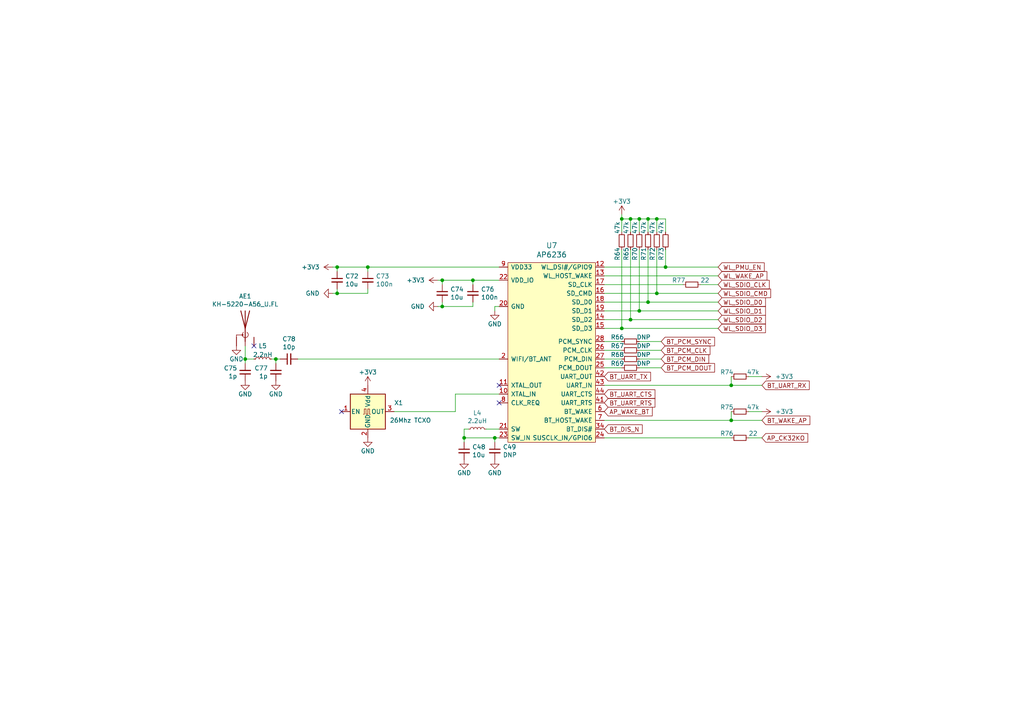
<source format=kicad_sch>
(kicad_sch (version 20230121) (generator eeschema)
  (paper "A4")
  (title_block (title "OtterCastAudioV2") (rev "1.0"))
  (lib_symbols
    (symbol "Device:C_Small" (pin_numbers hide) (pin_names (offset 0.254) hide)
      (property "Reference" "C" (at 0.254 1.778 0))
      (property "Value" "C_Small" (at 0.254 -2.032 0))
      (symbol "C_Small_0_1"
        (polyline (pts (xy -1.524 -0.508) (xy 1.524 -0.508)) (stroke (width 0.3302)))
        (polyline (pts (xy -1.524 0.508) (xy 1.524 0.508)) (stroke (width 0.3048)))
      )
      (symbol "C_Small_1_1"
        (pin passive line (at 0 2.54 270) (length 2.032) (name "~") (number "1"))
        (pin passive line (at 0 -2.54 90) (length 2.032) (name "~") (number "2"))
      )
    )
    (symbol "Device:L_Small" (pin_numbers hide) (pin_names (offset 0.254) hide)
      (property "Reference" "L" (at 0.762 1.016 0))
      (property "Value" "L_Small" (at 0.762 -1.016 0))
      (symbol "L_Small_0_1"
        (arc (start 0 -2.032) (mid 0.5058 -1.524) (end 0 -1.016))
        (arc (start 0 -1.016) (mid 0.5058 -0.508) (end 0 0))
        (arc (start 0 0) (mid 0.5058 0.508) (end 0 1.016))
        (arc (start 0 1.016) (mid 0.5058 1.524) (end 0 2.032))
      )
      (symbol "L_Small_1_1"
        (pin passive line (at 0 2.54 270) (length 0.508) (name "~") (number "1"))
        (pin passive line (at 0 -2.54 90) (length 0.508) (name "~") (number "2"))
      )
    )
    (symbol "Device:R_Small" (pin_numbers hide) (pin_names (offset 0.254) hide)
      (property "Reference" "R" (at 0.762 0.508 0))
      (property "Value" "R_Small" (at 0.762 -1.016 0))
      (symbol "R_Small_0_1"
        (rectangle (start -0.762 1.778) (end 0.762 -1.778) (stroke (width 0.2032)))
      )
      (symbol "R_Small_1_1"
        (pin passive line (at 0 2.54 270) (length 0.762) (name "~") (number "1"))
        (pin passive line (at 0 -2.54 90) (length 0.762) (name "~") (number "2"))
      )
    )
    (symbol "Oscillator:TXC-7C" (pin_names (offset 0.254))
      (property "Reference" "X" (at -5.08 6.35 0))
      (property "Value" "TXC-7C" (at 1.27 -6.35 0))
      (symbol "TXC-7C_0_1"
        (rectangle (start -5.08 5.08) (end 5.08 -5.08) (stroke (width 0.254)) (fill (type background)))
        (polyline (pts (xy -1.27 -0.762) (xy -1.016 -0.762) (xy -1.016 0.762) (xy -0.508 0.762) (xy -0.508 -0.762) (xy 0 -0.762) (xy 0 0.762) (xy 0.508 0.762) (xy 0.508 -0.762) (xy 0.762 -0.762)))
      )
      (symbol "TXC-7C_1_1"
        (pin input line (at -7.62 0 0) (length 2.54) (name "EN") (number "1"))
        (pin power_in line (at 0 -7.62 90) (length 2.54) (name "GND") (number "2"))
        (pin output line (at 7.62 0 180) (length 2.54) (name "OUT") (number "3"))
        (pin power_in line (at 0 7.62 270) (length 2.54) (name "Vdd") (number "4"))
      )
    )
    (symbol "otter:AP6236" (pin_names (offset 0.889))
      (property "Reference" "U" (at 0 33.02 0))
      (property "Value" "AP6236" (at 0 30.48 0))
      (symbol "AP6236_0_1"
        (rectangle (start -12.7 27.94) (end 12.7 -24.13) (fill (type background)))
      )
      (symbol "AP6236_1_1"
        (pin power_in line (at -15.24 15.24 0) (length 2.4892) hide (name "GND") (number "1"))
        (pin input line (at -15.24 -10.16 0) (length 2.4892) (name "XTAL_IN") (number "10"))
        (pin output line (at -15.24 -7.62 0) (length 2.4892) (name "XTAL_OUT") (number "11"))
        (pin bidirectional line (at 15.24 26.67 180) (length 2.4892) (name "WL_DSI#/GPIO9") (number "12"))
        (pin input line (at 15.24 24.13 180) (length 2.4892) (name "WL_HOST_WAKE") (number "13"))
        (pin bidirectional line (at 15.24 11.43 180) (length 2.4892) (name "SD_D2") (number "14"))
        (pin bidirectional line (at 15.24 8.89 180) (length 2.4892) (name "SD_D3") (number "15"))
        (pin bidirectional line (at 15.24 19.05 180) (length 2.4892) (name "SD_CMD") (number "16"))
        (pin input line (at 15.24 21.59 180) (length 2.4892) (name "SD_CLK") (number "17"))
        (pin bidirectional line (at 15.24 16.51 180) (length 2.4892) (name "SD_D0") (number "18"))
        (pin bidirectional line (at 15.24 13.97 180) (length 2.4892) (name "SD_D1") (number "19"))
        (pin bidirectional line (at -15.24 0 0) (length 2.4892) (name "WIFI/BT_ANT") (number "2"))
        (pin power_in line (at -15.24 15.24 0) (length 2.4892) (name "GND") (number "20"))
        (pin power_out line (at -15.24 -20.32 0) (length 2.4892) (name "SW") (number "21"))
        (pin power_in line (at -15.24 22.86 0) (length 2.4892) (name "VDD_IO") (number "22"))
        (pin power_in line (at -15.24 -22.86 0) (length 2.4892) (name "SW_IN") (number "23"))
        (pin bidirectional line (at 15.24 -22.86 180) (length 2.4892) (name "SUSCLK_IN/GPIO6") (number "24"))
        (pin output line (at 15.24 -2.54 180) (length 2.4892) (name "PCM_DOUT") (number "25"))
        (pin input line (at 15.24 2.54 180) (length 2.4892) (name "PCM_CLK") (number "26"))
        (pin input line (at 15.24 0 180) (length 2.4892) (name "PCM_DIN") (number "27"))
        (pin input line (at 15.24 5.08 180) (length 2.4892) (name "PCM_SYNC") (number "28"))
        (pin no_connect line (at -1.27 0 180) (length 2.4892) hide (name "NC") (number "29"))
        (pin no_connect line (at -1.27 20.32 180) (length 2.4892) hide (name "NC") (number "3"))
        (pin no_connect line (at -1.27 -2.54 180) (length 2.4892) hide (name "NC") (number "30"))
        (pin power_in line (at -15.24 15.24 0) (length 2.4892) hide (name "GND") (number "31"))
        (pin no_connect line (at -1.27 -5.08 180) (length 2.4892) hide (name "NC") (number "32"))
        (pin power_in line (at -15.24 15.24 0) (length 2.4892) hide (name "GND") (number "33"))
        (pin input line (at 15.24 -20.32 180) (length 2.4892) (name "BT_DIS#") (number "34"))
        (pin no_connect line (at -1.27 -7.62 180) (length 2.4892) hide (name "NC") (number "35"))
        (pin power_in line (at -15.24 15.24 0) (length 2.4892) hide (name "GND") (number "36"))
        (pin no_connect line (at -1.27 -10.16 180) (length 2.4892) hide (name "NC") (number "37"))
        (pin no_connect line (at -1.27 -12.7 180) (length 2.4892) hide (name "NC") (number "38"))
        (pin no_connect line (at -1.27 -15.24 180) (length 2.4892) hide (name "NC") (number "39"))
        (pin no_connect line (at -1.27 17.78 180) (length 2.4892) hide (name "NC") (number "4"))
        (pin no_connect line (at -1.27 -17.78 180) (length 2.4892) hide (name "NC") (number "40"))
        (pin output line (at 15.24 -12.7 180) (length 2.4892) (name "UART_RTS") (number "41"))
        (pin output line (at 15.24 -5.08 180) (length 2.4892) (name "UART_OUT") (number "42"))
        (pin input line (at 15.24 -7.62 180) (length 2.4892) (name "UART_IN") (number "43"))
        (pin input line (at 15.24 -10.16 180) (length 2.4892) (name "UART_CTS") (number "44"))
        (pin no_connect line (at -1.27 15.24 180) (length 2.4892) hide (name "NC") (number "5"))
        (pin input line (at 15.24 -15.24 180) (length 2.4892) (name "BT_WAKE") (number "6"))
        (pin output line (at 15.24 -17.78 180) (length 2.4892) (name "BT_HOST_WAKE") (number "7"))
        (pin tri_state line (at -15.24 -12.7 0) (length 2.4892) (name "CLK_REQ") (number "8"))
        (pin power_in line (at -15.24 26.67 0) (length 2.4892) (name "VDD33") (number "9"))
      )
    )
    (symbol "otter:KH-5220-A56_U.FL" (pin_numbers hide) (pin_names (offset 1.016) hide)
      (property "Reference" "AE" (at -1.905 4.445 0))
      (property "Value" "KH-5220-A56_U.FL" (at -1.905 2.54 0))
      (symbol "KH-5220-A56_U.FL_0_1"
        (arc (start -0.508 -1.143) (mid -0.8429 -2.1194) (end 0 -2.667))
        (arc (start 0 -2.667) (mid 0.7989 -2.1052) (end 0.508 -1.143))
        (polyline (pts (xy 0 -2.54) (xy 0 0)))
        (polyline (pts (xy 0 5.08) (xy 0 -3.81)) (stroke (width 0.254)))
        (polyline (pts (xy 0.762 -1.905) (xy 2.54 -1.905)))
        (polyline (pts (xy 2.54 -2.54) (xy 2.54 -1.905)))
        (polyline (pts (xy 1.27 5.08) (xy 0 0) (xy -1.27 5.08)) (stroke (width 0.254)))
        (circle (center 0.762 -1.905) (radius 0.1778) (fill (type outline)))
      )
      (symbol "KH-5220-A56_U.FL_1_1"
        (pin input line (at 0 -5.08 90) (length 2.54) (name "A") (number "1"))
        (pin input line (at 2.54 -5.08 90) (length 2.54) (name "Shield") (number "2"))
        (pin input line (at -2.54 -5.08 90) (length 2.54) (name "NC") (number "NC"))
      )
    )
    (symbol "power:+3V3" (power) (pin_names (offset 0))
      (property "Value" "+3V3" (at 0 3.556 0))
      (symbol "+3V3_0_1"
        (polyline (pts (xy -0.762 1.27) (xy 0 2.54)))
        (polyline (pts (xy 0 0) (xy 0 2.54)))
        (polyline (pts (xy 0 2.54) (xy 0.762 1.27)))
      )
      (symbol "+3V3_1_1"
        (pin power_in line (at 0 0 90) (length 0) hide (name "+3V3") (number "1"))
      )
    )
    (symbol "power:GND" (power) (pin_names (offset 0))
      (property "Value" "GND" (at 0 -3.81 0))
      (symbol "GND_0_1"
        (polyline (pts (xy 0 0) (xy 0 -1.27) (xy 1.27 -1.27) (xy 0 -2.54) (xy -1.27 -1.27) (xy 0 -1.27)))
      )
      (symbol "GND_1_1"
        (pin power_in line (at 0 0 270) (length 0) hide (name "GND") (number "1"))
      )
    )
  )
  (junction (at 80.01 104.14))
  (junction (at 182.88 92.71))
  (junction (at 185.42 63.5))
  (junction (at 97.79 85.09))
  (junction (at 180.34 63.5))
  (junction (at 106.68 77.47))
  (junction (at 212.09 121.92))
  (junction (at 134.62 127))
  (junction (at 185.42 90.17))
  (junction (at 190.5 63.5))
  (junction (at 187.96 63.5))
  (junction (at 71.12 104.14))
  (junction (at 137.16 81.28))
  (junction (at 190.5 85.09))
  (junction (at 212.09 111.76))
  (junction (at 187.96 87.63))
  (junction (at 180.34 95.25))
  (junction (at 128.27 81.28))
  (junction (at 128.27 88.9))
  (junction (at 182.88 63.5))
  (junction (at 97.79 77.47))
  (junction (at 193.04 77.47))
  (junction (at 143.51 127))
  (no_connect (at 73.66 100.33))
  (no_connect (at 99.06 119.38))
  (no_connect (at 144.78 111.76))
  (no_connect (at 144.78 116.84))
  (wire (pts (xy 193.04 77.47) (xy 193.04 72.39)))
  (wire (pts (xy 106.68 85.09) (xy 97.79 85.09)))
  (wire (pts (xy 114.3 119.38) (xy 132.08 119.38)))
  (wire (pts (xy 175.26 85.09) (xy 190.5 85.09)))
  (wire (pts (xy 71.12 104.14) (xy 71.12 100.33)))
  (wire (pts (xy 182.88 63.5) (xy 180.34 63.5)))
  (wire (pts (xy 220.98 119.38) (xy 217.17 119.38)))
  (wire (pts (xy 127 81.28) (xy 128.27 81.28)))
  (wire (pts (xy 106.68 77.47) (xy 97.79 77.47)))
  (wire (pts (xy 180.34 101.6) (xy 175.26 101.6)))
  (wire (pts (xy 175.26 80.01) (xy 208.28 80.01)))
  (wire (pts (xy 190.5 67.31) (xy 190.5 63.5)))
  (wire (pts (xy 134.62 124.46) (xy 135.89 124.46)))
  (wire (pts (xy 128.27 88.9) (xy 128.27 87.63)))
  (wire (pts (xy 191.77 101.6) (xy 185.42 101.6)))
  (wire (pts (xy 182.88 92.71) (xy 208.28 92.71)))
  (wire (pts (xy 97.79 77.47) (xy 97.79 78.74)))
  (wire (pts (xy 220.98 111.76) (xy 212.09 111.76)))
  (wire (pts (xy 134.62 127) (xy 134.62 124.46)))
  (wire (pts (xy 80.01 104.14) (xy 80.01 105.41)))
  (wire (pts (xy 191.77 106.68) (xy 185.42 106.68)))
  (wire (pts (xy 175.26 95.25) (xy 180.34 95.25)))
  (wire (pts (xy 175.26 127) (xy 212.09 127)))
  (wire (pts (xy 175.26 121.92) (xy 212.09 121.92)))
  (wire (pts (xy 137.16 82.55) (xy 137.16 81.28)))
  (wire (pts (xy 143.51 88.9) (xy 143.51 90.17)))
  (wire (pts (xy 191.77 99.06) (xy 185.42 99.06)))
  (wire (pts (xy 193.04 77.47) (xy 208.28 77.47)))
  (wire (pts (xy 190.5 63.5) (xy 187.96 63.5)))
  (wire (pts (xy 180.34 106.68) (xy 175.26 106.68)))
  (wire (pts (xy 187.96 87.63) (xy 208.28 87.63)))
  (wire (pts (xy 185.42 90.17) (xy 208.28 90.17)))
  (wire (pts (xy 191.77 104.14) (xy 185.42 104.14)))
  (wire (pts (xy 180.34 62.23) (xy 180.34 63.5)))
  (wire (pts (xy 203.2 82.55) (xy 208.28 82.55)))
  (wire (pts (xy 190.5 85.09) (xy 208.28 85.09)))
  (wire (pts (xy 137.16 81.28) (xy 128.27 81.28)))
  (wire (pts (xy 144.78 127) (xy 143.51 127)))
  (wire (pts (xy 185.42 63.5) (xy 182.88 63.5)))
  (wire (pts (xy 143.51 127) (xy 134.62 127)))
  (wire (pts (xy 180.34 95.25) (xy 208.28 95.25)))
  (wire (pts (xy 137.16 88.9) (xy 128.27 88.9)))
  (wire (pts (xy 137.16 87.63) (xy 137.16 88.9)))
  (wire (pts (xy 193.04 67.31) (xy 193.04 63.5)))
  (wire (pts (xy 132.08 114.3) (xy 144.78 114.3)))
  (wire (pts (xy 134.62 128.27) (xy 134.62 127)))
  (wire (pts (xy 175.26 87.63) (xy 187.96 87.63)))
  (wire (pts (xy 182.88 72.39) (xy 182.88 92.71)))
  (wire (pts (xy 185.42 63.5) (xy 185.42 67.31)))
  (wire (pts (xy 185.42 72.39) (xy 185.42 90.17)))
  (wire (pts (xy 182.88 67.31) (xy 182.88 63.5)))
  (wire (pts (xy 127 88.9) (xy 128.27 88.9)))
  (wire (pts (xy 220.98 121.92) (xy 212.09 121.92)))
  (wire (pts (xy 175.26 90.17) (xy 185.42 90.17)))
  (wire (pts (xy 187.96 63.5) (xy 185.42 63.5)))
  (wire (pts (xy 106.68 83.82) (xy 106.68 85.09)))
  (wire (pts (xy 144.78 88.9) (xy 143.51 88.9)))
  (wire (pts (xy 180.34 63.5) (xy 180.34 67.31)))
  (wire (pts (xy 106.68 77.47) (xy 144.78 77.47)))
  (wire (pts (xy 217.17 127) (xy 220.98 127)))
  (wire (pts (xy 144.78 81.28) (xy 137.16 81.28)))
  (wire (pts (xy 212.09 109.22) (xy 212.09 111.76)))
  (wire (pts (xy 86.36 104.14) (xy 144.78 104.14)))
  (wire (pts (xy 128.27 81.28) (xy 128.27 82.55)))
  (wire (pts (xy 106.68 78.74) (xy 106.68 77.47)))
  (wire (pts (xy 193.04 63.5) (xy 190.5 63.5)))
  (wire (pts (xy 132.08 114.3) (xy 132.08 119.38)))
  (wire (pts (xy 71.12 104.14) (xy 71.12 105.41)))
  (wire (pts (xy 212.09 119.38) (xy 212.09 121.92)))
  (wire (pts (xy 175.26 77.47) (xy 193.04 77.47)))
  (wire (pts (xy 175.26 111.76) (xy 212.09 111.76)))
  (wire (pts (xy 187.96 72.39) (xy 187.96 87.63)))
  (wire (pts (xy 190.5 85.09) (xy 190.5 72.39)))
  (wire (pts (xy 97.79 85.09) (xy 97.79 83.82)))
  (wire (pts (xy 73.66 104.14) (xy 71.12 104.14)))
  (wire (pts (xy 78.74 104.14) (xy 80.01 104.14)))
  (wire (pts (xy 180.34 72.39) (xy 180.34 95.25)))
  (wire (pts (xy 180.34 99.06) (xy 175.26 99.06)))
  (wire (pts (xy 175.26 92.71) (xy 182.88 92.71)))
  (wire (pts (xy 140.97 124.46) (xy 144.78 124.46)))
  (wire (pts (xy 143.51 128.27) (xy 143.51 127)))
  (wire (pts (xy 198.12 82.55) (xy 175.26 82.55)))
  (wire (pts (xy 80.01 104.14) (xy 81.28 104.14)))
  (wire (pts (xy 187.96 67.31) (xy 187.96 63.5)))
  (wire (pts (xy 96.52 85.09) (xy 97.79 85.09)))
  (wire (pts (xy 96.52 77.47) (xy 97.79 77.47)))
  (wire (pts (xy 220.98 109.22) (xy 217.17 109.22)))
  (wire (pts (xy 180.34 104.14) (xy 175.26 104.14)))
  (global_label "WL_PMU_EN" (shape input) (at 208.28 77.47 0) (property "Intersheetrefs" "${INTERSHEET_REFS}" (effects hide)))
  (global_label "AP_CK32KO" (shape input) (at 220.98 127 0) (property "Intersheetrefs" "${INTERSHEET_REFS}" (effects hide)))
  (global_label "BT_DIS_N" (shape input) (at 175.26 124.46 0) (property "Intersheetrefs" "${INTERSHEET_REFS}" (effects hide)))
  (global_label "WL_SDIO_CLK" (shape input) (at 208.28 82.55 0) (property "Intersheetrefs" "${INTERSHEET_REFS}" (effects hide)))
  (global_label "BT_PCM_SYNC" (shape input) (at 191.77 99.06 0) (property "Intersheetrefs" "${INTERSHEET_REFS}" (effects hide)))
  (global_label "WL_SDIO_D3" (shape input) (at 208.28 95.25 0) (property "Intersheetrefs" "${INTERSHEET_REFS}" (effects hide)))
  (global_label "AP_WAKE_BT" (shape input) (at 175.26 119.38 0) (property "Intersheetrefs" "${INTERSHEET_REFS}" (effects hide)))
  (global_label "WL_SDIO_D2" (shape input) (at 208.28 92.71 0) (property "Intersheetrefs" "${INTERSHEET_REFS}" (effects hide)))
  (global_label "WL_SDIO_D1" (shape input) (at 208.28 90.17 0) (property "Intersheetrefs" "${INTERSHEET_REFS}" (effects hide)))
  (global_label "BT_UART_RX" (shape input) (at 220.98 111.76 0) (property "Intersheetrefs" "${INTERSHEET_REFS}" (effects hide)))
  (global_label "WL_SDIO_CMD" (shape input) (at 208.28 85.09 0) (property "Intersheetrefs" "${INTERSHEET_REFS}" (effects hide)))
  (global_label "BT_UART_CTS" (shape input) (at 175.26 114.3 0) (property "Intersheetrefs" "${INTERSHEET_REFS}" (effects hide)))
  (global_label "BT_PCM_CLK" (shape input) (at 191.77 101.6 0) (property "Intersheetrefs" "${INTERSHEET_REFS}" (effects hide)))
  (global_label "BT_WAKE_AP" (shape input) (at 220.98 121.92 0) (property "Intersheetrefs" "${INTERSHEET_REFS}" (effects hide)))
  (global_label "BT_PCM_DIN" (shape input) (at 191.77 104.14 0) (property "Intersheetrefs" "${INTERSHEET_REFS}" (effects hide)))
  (global_label "BT_UART_RTS" (shape input) (at 175.26 116.84 0) (property "Intersheetrefs" "${INTERSHEET_REFS}" (effects hide)))
  (global_label "WL_SDIO_D0" (shape input) (at 208.28 87.63 0) (property "Intersheetrefs" "${INTERSHEET_REFS}" (effects hide)))
  (global_label "BT_PCM_DOUT" (shape input) (at 191.77 106.68 0) (property "Intersheetrefs" "${INTERSHEET_REFS}" (effects hide)))
  (global_label "BT_UART_TX" (shape input) (at 175.26 109.22 0) (property "Intersheetrefs" "${INTERSHEET_REFS}" (effects hide)))
  (global_label "WL_WAKE_AP" (shape input) (at 208.28 80.01 0) (property "Intersheetrefs" "${INTERSHEET_REFS}" (effects hide)))
  (symbol (lib_id "otter:AP6236") (at 160.02 104.14 0) (unit 1)
    (property "Reference" "U7" (at 160.02 71.1962 0) (effects (font (size 1.524 1.524))))
    (property "Value" "AP6236" (at 160.02 73.8886 0) (effects (font (size 1.524 1.524))))
    (property "Footprint" "otter:LGA_44_12x12mm_0.9mm" (effects hide))
  )
  (symbol (lib_id "Device:L_Small") (at 138.43 124.46 90) (unit 1)
    (property "Reference" "L4" (at 138.43 119.761 90))
    (property "Value" "2.2uH" (at 138.43 122.0724 90))
    (property "Footprint" "Inductor_SMD:L_Taiyo-Yuden_MD-3030" (effects hide))
    (property "LCSC" "C167747" (effects hide))
  )
  (symbol (lib_id "Device:C_Small") (at 134.62 130.81 0) (unit 1)
    (property "Reference" "C48" (at 136.9568 129.6416 0) (effects (justify left)))
    (property "Value" "10u" (at 136.9568 131.953 0) (effects (justify left)))
    (property "Footprint" "otter:C_0603" (effects hide))
  )
  (symbol (lib_id "power:GND") (at 143.51 133.35 0) (mirror y) (unit 1)
    (property "Reference" "#PWR0259" (effects hide))
    (property "Value" "GND" (at 143.51 137.16 0))
  )
  (symbol (lib_id "Device:C_Small") (at 143.51 130.81 0) (unit 1)
    (property "Reference" "C49" (at 145.8468 129.6416 0) (effects (justify left)))
    (property "Value" "DNP" (at 145.8468 131.953 0) (effects (justify left)))
    (property "Footprint" "otter:C_0402" (effects hide))
  )
  (symbol (lib_id "power:GND") (at 134.62 133.35 0) (mirror y) (unit 1)
    (property "Reference" "#PWR0267" (effects hide))
    (property "Value" "GND" (at 134.62 137.16 0))
  )
  (symbol (lib_id "Oscillator:TXC-7C") (at 106.68 119.38 0) (unit 1)
    (property "Reference" "X1" (at 114.3 116.84 0) (effects (justify left)))
    (property "Value" "26Mhz TCXO" (at 113.03 121.92 0) (effects (justify left)))
    (property "Footprint" "otter:2016_SMD_CRYSTAL" (effects hide))
  )
  (symbol (lib_id "power:GND") (at 106.68 127 0) (mirror y) (unit 1)
    (property "Reference" "#PWR0219" (effects hide))
    (property "Value" "GND" (at 106.68 130.81 0))
  )
  (symbol (lib_id "Device:R_Small") (at 182.88 106.68 270) (unit 1)
    (property "Reference" "R69" (at 179.07 105.41 90))
    (property "Value" "DNP" (at 186.69 105.41 90))
    (property "Footprint" "otter:R_0402" (effects hide))
  )
  (symbol (lib_id "Device:R_Small") (at 182.88 104.14 270) (unit 1)
    (property "Reference" "R68" (at 179.07 102.87 90))
    (property "Value" "DNP" (at 186.69 102.87 90))
    (property "Footprint" "otter:R_0402" (effects hide))
  )
  (symbol (lib_id "Device:R_Small") (at 182.88 101.6 270) (unit 1)
    (property "Reference" "R67" (at 179.07 100.33 90))
    (property "Value" "DNP" (at 186.69 100.33 90))
    (property "Footprint" "otter:R_0402" (effects hide))
  )
  (symbol (lib_id "Device:R_Small") (at 182.88 99.06 270) (unit 1)
    (property "Reference" "R66" (at 179.07 97.79 90))
    (property "Value" "DNP" (at 186.69 97.79 90))
    (property "Footprint" "otter:R_0402" (effects hide))
  )
  (symbol (lib_id "power:+3V3") (at 96.52 77.47 90) (unit 1)
    (property "Reference" "#PWR?" (effects hide))
    (property "Value" "+3V3" (at 92.71 77.47 90) (effects (justify left)))
  )
  (symbol (lib_id "power:+3V3") (at 127 81.28 90) (unit 1)
    (property "Reference" "#PWR?" (effects hide))
    (property "Value" "+3V3" (at 123.19 81.28 90) (effects (justify left)))
  )
  (symbol (lib_id "power:+3V3") (at 180.34 62.23 0) (unit 1)
    (property "Reference" "#PWR?" (effects hide))
    (property "Value" "+3V3" (at 180.34 58.42 0))
  )
  (symbol (lib_id "power:+3V3") (at 220.98 109.22 270) (unit 1)
    (property "Reference" "#PWR?" (effects hide))
    (property "Value" "+3V3" (at 224.79 109.22 90) (effects (justify left)))
  )
  (symbol (lib_id "power:+3V3") (at 220.98 119.38 270) (unit 1)
    (property "Reference" "#PWR?" (effects hide))
    (property "Value" "+3V3" (at 224.79 119.38 90) (effects (justify left)))
  )
  (symbol (lib_id "power:+3V3") (at 106.68 111.76 0) (unit 1)
    (property "Reference" "#PWR?" (effects hide))
    (property "Value" "+3V3" (at 106.68 107.95 0))
  )
  (symbol (lib_id "otter:KH-5220-A56_U.FL") (at 71.12 95.25 0) (mirror y) (unit 1)
    (property "Reference" "AE1" (at 71.12 85.9282 0))
    (property "Value" "KH-5220-A56_U.FL" (at 71.12 88.2396 0))
    (property "Footprint" "otter:KH-5220-A56" (effects hide))
  )
  (symbol (lib_id "Device:R_Small") (at 193.04 69.85 0) (unit 1)
    (property "Reference" "R73" (at 191.77 73.66 90))
    (property "Value" "47k" (at 191.77 66.04 90))
    (property "Footprint" "otter:R_0402" (effects hide))
  )
  (symbol (lib_id "Device:C_Small") (at 128.27 85.09 0) (unit 1)
    (property "Reference" "C74" (at 130.6068 83.9216 0) (effects (justify left)))
    (property "Value" "10u" (at 130.6068 86.233 0) (effects (justify left)))
    (property "Footprint" "otter:C_0603" (effects hide))
  )
  (symbol (lib_id "Device:C_Small") (at 137.16 85.09 0) (unit 1)
    (property "Reference" "C76" (at 139.4968 83.9216 0) (effects (justify left)))
    (property "Value" "100n" (at 139.4968 86.233 0) (effects (justify left)))
    (property "Footprint" "otter:C_0402" (effects hide))
  )
  (symbol (lib_id "Device:R_Small") (at 190.5 69.85 0) (unit 1)
    (property "Reference" "R72" (at 189.23 73.66 90))
    (property "Value" "47k" (at 189.23 66.04 90))
    (property "Footprint" "otter:R_0402" (effects hide))
  )
  (symbol (lib_id "Device:R_Small") (at 187.96 69.85 0) (unit 1)
    (property "Reference" "R71" (at 186.69 73.66 90))
    (property "Value" "47k" (at 186.69 66.04 90))
    (property "Footprint" "otter:R_0402" (effects hide))
  )
  (symbol (lib_id "Device:R_Small") (at 185.42 69.85 0) (unit 1)
    (property "Reference" "R70" (at 184.15 73.66 90))
    (property "Value" "47k" (at 184.15 66.04 90))
    (property "Footprint" "otter:R_0402" (effects hide))
  )
  (symbol (lib_id "Device:R_Small") (at 182.88 69.85 0) (unit 1)
    (property "Reference" "R65" (at 181.61 73.66 90))
    (property "Value" "47k" (at 181.61 66.04 90))
    (property "Footprint" "otter:R_0402" (effects hide))
  )
  (symbol (lib_id "Device:R_Small") (at 180.34 69.85 0) (unit 1)
    (property "Reference" "R64" (at 179.07 73.66 90))
    (property "Value" "47k" (at 179.07 66.04 90))
    (property "Footprint" "otter:R_0402" (effects hide))
  )
  (symbol (lib_id "Device:R_Small") (at 200.66 82.55 270) (unit 1)
    (property "Reference" "R77" (at 196.85 81.28 90))
    (property "Value" "22" (at 204.47 81.28 90))
    (property "Footprint" "otter:R_0402" (effects hide))
  )
  (symbol (lib_id "Device:R_Small") (at 214.63 127 270) (unit 1)
    (property "Reference" "R76" (at 210.82 125.73 90))
    (property "Value" "22" (at 218.44 125.73 90))
    (property "Footprint" "otter:R_0402" (effects hide))
  )
  (symbol (lib_id "Device:R_Small") (at 214.63 119.38 270) (unit 1)
    (property "Reference" "R75" (at 210.82 118.11 90))
    (property "Value" "47k" (at 218.44 118.11 90))
    (property "Footprint" "otter:R_0402" (effects hide))
  )
  (symbol (lib_id "Device:R_Small") (at 214.63 109.22 270) (unit 1)
    (property "Reference" "R74" (at 210.82 107.95 90))
    (property "Value" "47k" (at 218.44 107.95 90))
    (property "Footprint" "otter:R_0402" (effects hide))
  )
  (symbol (lib_id "power:GND") (at 143.51 90.17 0) (unit 1)
    (property "Reference" "#PWR0236" (effects hide))
    (property "Value" "GND" (at 143.51 93.98 0))
  )
  (symbol (lib_id "Device:C_Small") (at 83.82 104.14 90) (unit 1)
    (property "Reference" "C78" (at 83.82 98.3234 90))
    (property "Value" "10p" (at 83.82 100.6348 90))
    (property "Footprint" "otter:C_0402" (effects hide))
  )
  (symbol (lib_id "Device:C_Small") (at 80.01 107.95 180) (unit 1)
    (property "Reference" "C77" (at 77.6986 106.7816 0) (effects (justify left)))
    (property "Value" "1p" (at 77.6986 109.093 0) (effects (justify left)))
    (property "Footprint" "otter:C_0402" (effects hide))
  )
  (symbol (lib_id "Device:L_Small") (at 76.2 104.14 90) (unit 1)
    (property "Reference" "L5" (at 76.2 100.33 90))
    (property "Value" "2.2nH" (at 76.2 102.87 90))
    (property "Footprint" "otter:L_0402" (effects hide))
  )
  (symbol (lib_id "Device:C_Small") (at 71.12 107.95 180) (unit 1)
    (property "Reference" "C75" (at 68.8086 106.7816 0) (effects (justify left)))
    (property "Value" "1p" (at 68.8086 109.093 0) (effects (justify left)))
    (property "Footprint" "otter:C_0402" (effects hide))
  )
  (symbol (lib_id "power:GND") (at 80.01 110.49 0) (unit 1)
    (property "Reference" "#PWR0237" (effects hide))
    (property "Value" "GND" (at 80.01 114.3 0))
  )
  (symbol (lib_id "power:GND") (at 71.12 110.49 0) (unit 1)
    (property "Reference" "#PWR0238" (effects hide))
    (property "Value" "GND" (at 71.12 114.3 0))
  )
  (symbol (lib_id "power:GND") (at 68.58 100.33 0) (unit 1)
    (property "Reference" "#PWR0239" (effects hide))
    (property "Value" "GND" (at 68.58 104.14 0))
  )
  (symbol (lib_id "power:GND") (at 127 88.9 270) (mirror x) (unit 1)
    (property "Reference" "#PWR0241" (effects hide))
    (property "Value" "GND" (at 123.19 88.9 90) (effects (justify right)))
  )
  (symbol (lib_id "Device:C_Small") (at 97.79 81.28 0) (unit 1)
    (property "Reference" "C72" (at 100.1268 80.1116 0) (effects (justify left)))
    (property "Value" "10u" (at 100.1268 82.423 0) (effects (justify left)))
    (property "Footprint" "otter:C_0603" (effects hide))
  )
  (symbol (lib_id "Device:C_Small") (at 106.68 81.28 0) (unit 1)
    (property "Reference" "C73" (at 109.0168 80.1116 0) (effects (justify left)))
    (property "Value" "100n" (at 109.0168 82.423 0) (effects (justify left)))
    (property "Footprint" "otter:C_0402" (effects hide))
  )
  (symbol (lib_id "power:GND") (at 96.52 85.09 270) (mirror x) (unit 1)
    (property "Reference" "#PWR0243" (effects hide))
    (property "Value" "GND" (at 92.71 85.09 90) (effects (justify right)))
  )
)
</source>
